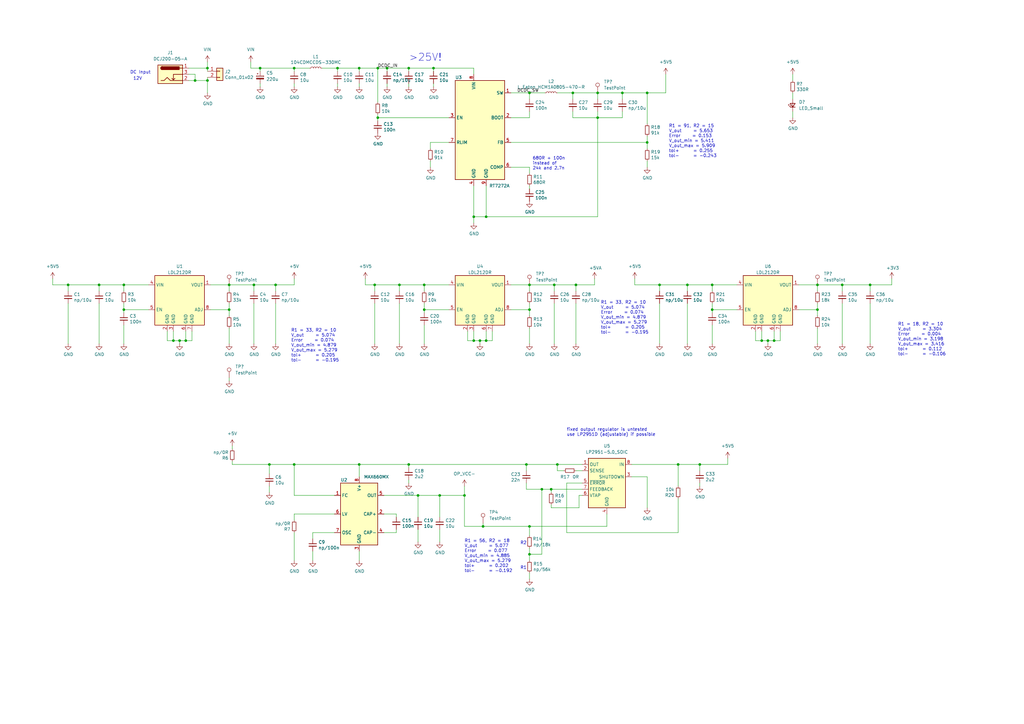
<source format=kicad_sch>
(kicad_sch (version 20230121) (generator eeschema)
  (paper "A3")
  (title_block (title "ample/Power Supply") (date "2023-07-14") (rev "00.01"))
  (junction (at 177.8 27.94))
  (junction (at 194.31 88.9))
  (junction (at 154.94 27.94))
  (junction (at 158.75 27.94))
  (junction (at 167.64 190.5))
  (junction (at 147.32 27.94))
  (junction (at 217.17 215.9))
  (junction (at 245.11 48.26))
  (junction (at 71.12 139.7))
  (junction (at 163.83 116.84))
  (junction (at 85.09 27.94))
  (junction (at 265.43 58.42))
  (junction (at 167.64 27.94))
  (junction (at 76.2 139.7))
  (junction (at 50.8 116.84))
  (junction (at 314.96 139.7))
  (junction (at 180.34 203.2))
  (junction (at 278.13 190.5))
  (junction (at 120.65 27.94))
  (junction (at 312.42 139.7))
  (junction (at 292.1 127))
  (junction (at 40.64 116.84))
  (junction (at 217.17 127))
  (junction (at 222.25 200.66))
  (junction (at 199.39 139.7))
  (junction (at 120.65 190.5))
  (junction (at 234.95 38.1))
  (junction (at 138.43 27.94))
  (junction (at 198.12 215.9))
  (junction (at 173.99 116.84))
  (junction (at 255.27 38.1))
  (junction (at 227.33 116.84))
  (junction (at 281.94 116.84))
  (junction (at 335.28 116.84))
  (junction (at 171.45 203.2))
  (junction (at 226.06 200.66))
  (junction (at 154.94 48.26))
  (junction (at 113.03 116.84))
  (junction (at 199.39 88.9))
  (junction (at 196.85 139.7))
  (junction (at 190.5 203.2))
  (junction (at 104.14 116.84))
  (junction (at 80.01 33.02))
  (junction (at 153.67 116.84))
  (junction (at 317.5 139.7))
  (junction (at 335.28 127))
  (junction (at 292.1 116.84))
  (junction (at 287.02 190.5))
  (junction (at 265.43 38.1))
  (junction (at 106.68 27.94))
  (junction (at 93.98 127))
  (junction (at 217.17 116.84))
  (junction (at 356.87 116.84))
  (junction (at 110.49 190.5))
  (junction (at 215.9 190.5))
  (junction (at 27.94 116.84))
  (junction (at 85.09 33.02))
  (junction (at 236.22 116.84))
  (junction (at 217.17 227.33))
  (junction (at 93.98 116.84))
  (junction (at 270.51 116.84))
  (junction (at 228.6 190.5))
  (junction (at 194.31 139.7))
  (junction (at 217.17 38.1))
  (junction (at 73.66 139.7))
  (junction (at 147.32 190.5))
  (junction (at 245.11 38.1))
  (junction (at 50.8 127))
  (junction (at 345.44 116.84))
  (junction (at 173.99 127))
  (wire (pts (xy 314.96 139.7) (xy 317.5 139.7)))
  (wire (pts (xy 120.65 35.56) (xy 120.65 34.29)))
  (wire (pts (xy 85.09 27.94) (xy 85.09 25.4)))
  (wire (pts (xy 356.87 124.46) (xy 356.87 140.97)))
  (wire (pts (xy 104.14 116.84) (xy 104.14 119.38)))
  (wire (pts (xy 173.99 116.84) (xy 173.99 119.38)))
  (wire (pts (xy 265.43 58.42) (xy 265.43 60.96)))
  (wire (pts (xy 259.08 190.5) (xy 278.13 190.5)))
  (wire (pts (xy 217.17 124.46) (xy 217.17 127)))
  (wire (pts (xy 180.34 203.2) (xy 190.5 203.2)))
  (wire (pts (xy 50.8 116.84) (xy 50.8 119.38)))
  (wire (pts (xy 177.8 35.56) (xy 177.8 34.29)))
  (wire (pts (xy 309.88 135.89) (xy 309.88 139.7)))
  (wire (pts (xy 95.25 182.88) (xy 95.25 184.15)))
  (wire (pts (xy 162.56 212.09) (xy 162.56 210.82)))
  (wire (pts (xy 217.17 38.1) (xy 217.17 40.64)))
  (wire (pts (xy 77.47 33.02) (xy 80.01 33.02)))
  (wire (pts (xy 68.58 139.7) (xy 68.58 135.89)))
  (wire (pts (xy 245.11 40.64) (xy 245.11 38.1)))
  (wire (pts (xy 236.22 193.04) (xy 238.76 193.04)))
  (wire (pts (xy 309.88 139.7) (xy 312.42 139.7)))
  (wire (pts (xy 217.17 140.97) (xy 217.17 134.62)))
  (wire (pts (xy 335.28 119.38) (xy 335.28 116.84)))
  (wire (pts (xy 27.94 140.97) (xy 27.94 124.46)))
  (wire (pts (xy 163.83 140.97) (xy 163.83 124.46)))
  (wire (pts (xy 71.12 135.89) (xy 71.12 139.7)))
  (wire (pts (xy 154.94 46.99) (xy 154.94 48.26)))
  (wire (pts (xy 238.76 200.66) (xy 226.06 200.66)))
  (wire (pts (xy 137.16 218.44) (xy 128.27 218.44)))
  (wire (pts (xy 231.14 193.04) (xy 228.6 193.04)))
  (wire (pts (xy 209.55 58.42) (xy 265.43 58.42)))
  (wire (pts (xy 292.1 127) (xy 302.26 127)))
  (wire (pts (xy 162.56 217.17) (xy 162.56 218.44)))
  (wire (pts (xy 50.8 140.97) (xy 50.8 133.35)))
  (wire (pts (xy 365.76 116.84) (xy 356.87 116.84)))
  (wire (pts (xy 173.99 116.84) (xy 163.83 116.84)))
  (wire (pts (xy 85.09 27.94) (xy 85.09 29.21)))
  (wire (pts (xy 93.98 116.84) (xy 86.36 116.84)))
  (wire (pts (xy 40.64 116.84) (xy 40.64 119.38)))
  (wire (pts (xy 265.43 38.1) (xy 255.27 38.1)))
  (wire (pts (xy 120.65 114.3) (xy 120.65 116.84)))
  (wire (pts (xy 113.03 116.84) (xy 104.14 116.84)))
  (wire (pts (xy 245.11 48.26) (xy 255.27 48.26)))
  (wire (pts (xy 167.64 35.56) (xy 167.64 34.29)))
  (wire (pts (xy 104.14 140.97) (xy 104.14 124.46)))
  (wire (pts (xy 190.5 203.2) (xy 190.5 215.9)))
  (wire (pts (xy 184.15 58.42) (xy 176.53 58.42)))
  (wire (pts (xy 171.45 203.2) (xy 171.45 212.09)))
  (wire (pts (xy 217.17 219.71) (xy 217.17 215.9)))
  (wire (pts (xy 196.85 139.7) (xy 196.85 140.97)))
  (wire (pts (xy 209.55 38.1) (xy 217.17 38.1)))
  (wire (pts (xy 232.41 218.44) (xy 232.41 198.12)))
  (wire (pts (xy 93.98 127) (xy 86.36 127)))
  (wire (pts (xy 312.42 135.89) (xy 312.42 139.7)))
  (wire (pts (xy 162.56 218.44) (xy 157.48 218.44)))
  (wire (pts (xy 317.5 139.7) (xy 320.04 139.7)))
  (wire (pts (xy 113.03 116.84) (xy 113.03 119.38)))
  (wire (pts (xy 345.44 116.84) (xy 345.44 119.38)))
  (wire (pts (xy 245.11 48.26) (xy 245.11 45.72)))
  (wire (pts (xy 104.14 116.84) (xy 93.98 116.84)))
  (wire (pts (xy 68.58 139.7) (xy 71.12 139.7)))
  (wire (pts (xy 128.27 229.87) (xy 128.27 226.06)))
  (wire (pts (xy 228.6 193.04) (xy 228.6 190.5)))
  (wire (pts (xy 50.8 127) (xy 60.96 127)))
  (wire (pts (xy 50.8 116.84) (xy 40.64 116.84)))
  (wire (pts (xy 215.9 190.5) (xy 228.6 190.5)))
  (wire (pts (xy 171.45 222.25) (xy 171.45 217.17)))
  (wire (pts (xy 302.26 116.84) (xy 292.1 116.84)))
  (wire (pts (xy 158.75 35.56) (xy 158.75 34.29)))
  (wire (pts (xy 215.9 190.5) (xy 215.9 193.04)))
  (wire (pts (xy 27.94 116.84) (xy 21.59 116.84)))
  (wire (pts (xy 215.9 200.66) (xy 222.25 200.66)))
  (wire (pts (xy 199.39 135.89) (xy 199.39 139.7)))
  (wire (pts (xy 234.95 38.1) (xy 228.6 38.1)))
  (wire (pts (xy 80.01 30.48) (xy 80.01 33.02)))
  (wire (pts (xy 149.86 116.84) (xy 153.67 116.84)))
  (wire (pts (xy 265.43 68.58) (xy 265.43 66.04)))
  (wire (pts (xy 167.64 190.5) (xy 167.64 191.77)))
  (wire (pts (xy 106.68 27.94) (xy 106.68 29.21)))
  (wire (pts (xy 154.94 48.26) (xy 184.15 48.26)))
  (wire (pts (xy 177.8 27.94) (xy 194.31 27.94)))
  (wire (pts (xy 153.67 116.84) (xy 153.67 119.38)))
  (wire (pts (xy 85.09 33.02) (xy 85.09 31.75)))
  (wire (pts (xy 227.33 140.97) (xy 227.33 124.46)))
  (wire (pts (xy 335.28 127) (xy 327.66 127)))
  (wire (pts (xy 176.53 66.04) (xy 176.53 68.58)))
  (wire (pts (xy 132.08 27.94) (xy 138.43 27.94)))
  (wire (pts (xy 270.51 116.84) (xy 260.35 116.84)))
  (wire (pts (xy 167.64 27.94) (xy 177.8 27.94)))
  (wire (pts (xy 356.87 116.84) (xy 345.44 116.84)))
  (wire (pts (xy 120.65 27.94) (xy 127 27.94)))
  (wire (pts (xy 110.49 190.5) (xy 120.65 190.5)))
  (wire (pts (xy 113.03 124.46) (xy 113.03 140.97)))
  (wire (pts (xy 217.17 116.84) (xy 209.55 116.84)))
  (wire (pts (xy 120.65 190.5) (xy 120.65 203.2)))
  (wire (pts (xy 215.9 200.66) (xy 215.9 198.12)))
  (wire (pts (xy 157.48 203.2) (xy 171.45 203.2)))
  (wire (pts (xy 226.06 201.93) (xy 226.06 200.66)))
  (wire (pts (xy 154.94 27.94) (xy 158.75 27.94)))
  (wire (pts (xy 298.45 190.5) (xy 287.02 190.5)))
  (wire (pts (xy 345.44 140.97) (xy 345.44 124.46)))
  (wire (pts (xy 228.6 190.5) (xy 238.76 190.5)))
  (wire (pts (xy 60.96 116.84) (xy 50.8 116.84)))
  (wire (pts (xy 194.31 88.9) (xy 194.31 91.44)))
  (wire (pts (xy 243.84 114.3) (xy 243.84 116.84)))
  (wire (pts (xy 237.49 203.2) (xy 237.49 208.28)))
  (wire (pts (xy 281.94 116.84) (xy 270.51 116.84)))
  (wire (pts (xy 227.33 116.84) (xy 227.33 119.38)))
  (wire (pts (xy 191.77 139.7) (xy 194.31 139.7)))
  (wire (pts (xy 93.98 127) (xy 93.98 129.54)))
  (wire (pts (xy 199.39 88.9) (xy 199.39 76.2)))
  (wire (pts (xy 281.94 116.84) (xy 281.94 119.38)))
  (wire (pts (xy 217.17 119.38) (xy 217.17 116.84)))
  (wire (pts (xy 217.17 76.2) (xy 217.17 77.47)))
  (wire (pts (xy 120.65 229.87) (xy 120.65 218.44)))
  (wire (pts (xy 147.32 34.29) (xy 147.32 35.56)))
  (wire (pts (xy 265.43 55.88) (xy 265.43 58.42)))
  (wire (pts (xy 194.31 88.9) (xy 199.39 88.9)))
  (wire (pts (xy 71.12 139.7) (xy 73.66 139.7)))
  (wire (pts (xy 314.96 140.97) (xy 314.96 139.7)))
  (wire (pts (xy 147.32 190.5) (xy 147.32 195.58)))
  (wire (pts (xy 234.95 38.1) (xy 245.11 38.1)))
  (wire (pts (xy 335.28 127) (xy 335.28 129.54)))
  (wire (pts (xy 238.76 203.2) (xy 237.49 203.2)))
  (wire (pts (xy 120.65 29.21) (xy 120.65 27.94)))
  (wire (pts (xy 50.8 124.46) (xy 50.8 127)))
  (wire (pts (xy 158.75 29.21) (xy 158.75 27.94)))
  (wire (pts (xy 201.93 139.7) (xy 201.93 135.89)))
  (wire (pts (xy 138.43 35.56) (xy 138.43 34.29)))
  (wire (pts (xy 320.04 135.89) (xy 320.04 139.7)))
  (wire (pts (xy 265.43 195.58) (xy 265.43 208.28)))
  (wire (pts (xy 278.13 218.44) (xy 232.41 218.44)))
  (wire (pts (xy 217.17 68.58) (xy 217.17 71.12)))
  (wire (pts (xy 40.64 140.97) (xy 40.64 124.46)))
  (wire (pts (xy 217.17 215.9) (xy 248.92 215.9)))
  (wire (pts (xy 154.94 48.26) (xy 154.94 49.53)))
  (wire (pts (xy 167.64 190.5) (xy 215.9 190.5)))
  (wire (pts (xy 73.66 139.7) (xy 76.2 139.7)))
  (wire (pts (xy 234.95 48.26) (xy 245.11 48.26)))
  (wire (pts (xy 273.05 38.1) (xy 273.05 30.48)))
  (wire (pts (xy 255.27 38.1) (xy 255.27 40.64)))
  (wire (pts (xy 147.32 27.94) (xy 154.94 27.94)))
  (wire (pts (xy 234.95 45.72) (xy 234.95 48.26)))
  (wire (pts (xy 163.83 116.84) (xy 163.83 119.38)))
  (wire (pts (xy 217.17 45.72) (xy 217.17 48.26)))
  (wire (pts (xy 180.34 217.17) (xy 180.34 222.25)))
  (wire (pts (xy 317.5 135.89) (xy 317.5 139.7)))
  (wire (pts (xy 162.56 210.82) (xy 157.48 210.82)))
  (wire (pts (xy 76.2 135.89) (xy 76.2 139.7)))
  (wire (pts (xy 85.09 33.02) (xy 85.09 38.1)))
  (wire (pts (xy 270.51 124.46) (xy 270.51 140.97)))
  (wire (pts (xy 147.32 27.94) (xy 147.32 29.21)))
  (wire (pts (xy 194.31 76.2) (xy 194.31 88.9)))
  (wire (pts (xy 265.43 38.1) (xy 273.05 38.1)))
  (wire (pts (xy 292.1 116.84) (xy 292.1 119.38)))
  (wire (pts (xy 158.75 27.94) (xy 167.64 27.94)))
  (wire (pts (xy 345.44 116.84) (xy 335.28 116.84)))
  (wire (pts (xy 110.49 194.31) (xy 110.49 190.5)))
  (wire (pts (xy 292.1 140.97) (xy 292.1 133.35)))
  (wire (pts (xy 190.5 203.2) (xy 190.5 199.39)))
  (wire (pts (xy 95.25 190.5) (xy 110.49 190.5)))
  (wire (pts (xy 95.25 189.23) (xy 95.25 190.5)))
  (wire (pts (xy 78.74 139.7) (xy 78.74 135.89)))
  (wire (pts (xy 106.68 35.56) (xy 106.68 34.29)))
  (wire (pts (xy 255.27 38.1) (xy 245.11 38.1)))
  (wire (pts (xy 199.39 88.9) (xy 245.11 88.9)))
  (wire (pts (xy 153.67 116.84) (xy 163.83 116.84)))
  (wire (pts (xy 147.32 190.5) (xy 167.64 190.5)))
  (wire (pts (xy 237.49 208.28) (xy 226.06 208.28)))
  (wire (pts (xy 196.85 139.7) (xy 199.39 139.7)))
  (wire (pts (xy 194.31 139.7) (xy 196.85 139.7)))
  (wire (pts (xy 292.1 116.84) (xy 281.94 116.84)))
  (wire (pts (xy 270.51 116.84) (xy 270.51 119.38)))
  (wire (pts (xy 106.68 27.94) (xy 120.65 27.94)))
  (wire (pts (xy 287.02 199.39) (xy 287.02 198.12)))
  (wire (pts (xy 222.25 200.66) (xy 222.25 227.33)))
  (wire (pts (xy 50.8 127) (xy 50.8 128.27)))
  (wire (pts (xy 255.27 48.26) (xy 255.27 45.72)))
  (wire (pts (xy 226.06 200.66) (xy 222.25 200.66)))
  (wire (pts (xy 292.1 124.46) (xy 292.1 127)))
  (wire (pts (xy 312.42 139.7) (xy 314.96 139.7)))
  (wire (pts (xy 217.17 237.49) (xy 217.17 234.95)))
  (wire (pts (xy 248.92 215.9) (xy 248.92 210.82)))
  (wire (pts (xy 80.01 33.02) (xy 85.09 33.02)))
  (wire (pts (xy 236.22 124.46) (xy 236.22 140.97)))
  (wire (pts (xy 173.99 140.97) (xy 173.99 133.35)))
  (wire (pts (xy 325.12 30.48) (xy 325.12 33.02)))
  (wire (pts (xy 176.53 58.42) (xy 176.53 60.96)))
  (wire (pts (xy 76.2 139.7) (xy 78.74 139.7)))
  (wire (pts (xy 222.25 227.33) (xy 217.17 227.33)))
  (wire (pts (xy 356.87 116.84) (xy 356.87 119.38)))
  (wire (pts (xy 194.31 135.89) (xy 194.31 139.7)))
  (wire (pts (xy 128.27 218.44) (xy 128.27 220.98)))
  (wire (pts (xy 77.47 27.94) (xy 85.09 27.94)))
  (wire (pts (xy 173.99 127) (xy 173.99 128.27)))
  (wire (pts (xy 191.77 135.89) (xy 191.77 139.7)))
  (wire (pts (xy 167.64 196.85) (xy 167.64 198.12)))
  (wire (pts (xy 325.12 38.1) (xy 325.12 40.64)))
  (wire (pts (xy 260.35 116.84) (xy 260.35 114.3)))
  (wire (pts (xy 120.65 116.84) (xy 113.03 116.84)))
  (wire (pts (xy 180.34 203.2) (xy 180.34 212.09)))
  (wire (pts (xy 93.98 154.94) (xy 93.98 156.21)))
  (wire (pts (xy 153.67 124.46) (xy 153.67 140.97)))
  (wire (pts (xy 177.8 29.21) (xy 177.8 27.94)))
  (wire (pts (xy 171.45 203.2) (xy 180.34 203.2)))
  (wire (pts (xy 154.94 27.94) (xy 154.94 41.91)))
  (wire (pts (xy 232.41 198.12) (xy 238.76 198.12)))
  (wire (pts (xy 227.33 116.84) (xy 217.17 116.84)))
  (wire (pts (xy 198.12 215.9) (xy 198.12 214.63)))
  (wire (pts (xy 190.5 215.9) (xy 198.12 215.9)))
  (wire (pts (xy 138.43 29.21) (xy 138.43 27.94)))
  (wire (pts (xy 149.86 116.84) (xy 149.86 114.3)))
  (wire (pts (xy 245.11 48.26) (xy 245.11 88.9)))
  (wire (pts (xy 120.65 203.2) (xy 137.16 203.2)))
  (wire (pts (xy 278.13 199.39) (xy 278.13 190.5)))
  (wire (pts (xy 27.94 116.84) (xy 27.94 119.38)))
  (wire (pts (xy 102.87 27.94) (xy 106.68 27.94)))
  (wire (pts (xy 287.02 190.5) (xy 287.02 193.04)))
  (wire (pts (xy 236.22 116.84) (xy 227.33 116.84)))
  (wire (pts (xy 298.45 187.96) (xy 298.45 190.5)))
  (wire (pts (xy 93.98 124.46) (xy 93.98 127)))
  (wire (pts (xy 21.59 116.84) (xy 21.59 114.3)))
  (wire (pts (xy 325.12 45.72) (xy 325.12 48.26)))
  (wire (pts (xy 265.43 195.58) (xy 259.08 195.58)))
  (wire (pts (xy 40.64 116.84) (xy 27.94 116.84)))
  (wire (pts (xy 167.64 29.21) (xy 167.64 27.94)))
  (wire (pts (xy 93.98 119.38) (xy 93.98 116.84)))
  (wire (pts (xy 138.43 27.94) (xy 147.32 27.94)))
  (wire (pts (xy 198.12 215.9) (xy 217.17 215.9)))
  (wire (pts (xy 365.76 114.3) (xy 365.76 116.84)))
  (wire (pts (xy 77.47 30.48) (xy 80.01 30.48)))
  (wire (pts (xy 335.28 116.84) (xy 327.66 116.84)))
  (wire (pts (xy 217.17 48.26) (xy 209.55 48.26)))
  (wire (pts (xy 236.22 116.84) (xy 236.22 119.38)))
  (wire (pts (xy 217.17 127) (xy 209.55 127)))
  (wire (pts (xy 184.15 116.84) (xy 173.99 116.84)))
  (wire (pts (xy 217.17 224.79) (xy 217.17 227.33)))
  (wire (pts (xy 120.65 210.82) (xy 120.65 213.36)))
  (wire (pts (xy 173.99 124.46) (xy 173.99 127)))
  (wire (pts (xy 243.84 116.84) (xy 236.22 116.84)))
  (wire (pts (xy 335.28 124.46) (xy 335.28 127)))
  (wire (pts (xy 217.17 38.1) (xy 223.52 38.1)))
  (wire (pts (xy 120.65 210.82) (xy 137.16 210.82)))
  (wire (pts (xy 194.31 30.48) (xy 194.31 27.94)))
  (wire (pts (xy 147.32 229.87) (xy 147.32 226.06)))
  (wire (pts (xy 217.17 127) (xy 217.17 129.54)))
  (wire (pts (xy 292.1 127) (xy 292.1 128.27)))
  (wire (pts (xy 73.66 140.97) (xy 73.66 139.7)))
  (wire (pts (xy 93.98 140.97) (xy 93.98 134.62)))
  (wire (pts (xy 120.65 190.5) (xy 147.32 190.5)))
  (wire (pts (xy 217.17 227.33) (xy 217.17 229.87)))
  (wire (pts (xy 199.39 139.7) (xy 201.93 139.7)))
  (wire (pts (xy 173.99 127) (xy 184.15 127)))
  (wire (pts (xy 278.13 204.47) (xy 278.13 218.44)))
  (wire (pts (xy 102.87 25.4) (xy 102.87 27.94)))
  (wire (pts (xy 287.02 190.5) (xy 278.13 190.5)))
  (wire (pts (xy 217.17 68.58) (xy 209.55 68.58)))
  (wire (pts (xy 110.49 201.93) (xy 110.49 199.39)))
  (wire (pts (xy 281.94 140.97) (xy 281.94 124.46)))
  (wire (pts (xy 234.95 40.64) (xy 234.95 38.1)))
  (wire (pts (xy 335.28 140.97) (xy 335.28 134.62)))
  (wire (pts (xy 226.06 208.28) (xy 226.06 207.01)))
  (wire (pts (xy 265.43 38.1) (xy 265.43 50.8)))
  (text "R1 = 33, R2 = 10\nV_out     = 5.074\nError     = 0.074\nV_out_min = 4.879\nV_out_max = 5.279\ntol+      = 0.205\ntol-      = -0.195" (at 246.38 137.16 0) (effects (font (size 1.27 1.27)) (justify left bottom)))
  (text "R1" (at 213.36 233.68 0) (effects (font (size 1.27 1.27)) (justify left bottom)))
  (text "680R + 100n\ninstead of \n24k and 2.7n" (at 218.44 69.85 0) (effects (font (size 1.27 1.27)) (justify left bottom)))
  (text "fixed output regulator is untested\nuse LP2951D (adjustable) if possible" (at 232.41 179.07 0) (effects (font (size 1.27 1.27)) (justify left bottom)))
  (text "12V" (at 54.61 33.02 0) (effects (font (size 1.27 1.27)) (justify left bottom)))
  (text "R1 = 91, R2 = 15\nV_out     = 5.653\nError     = 0.153\nV_out_min = 5.411\nV_out_max = 5.909\ntol+      = 0.255\ntol-      = -0.243" (at 274.32 64.77 0) (effects (font (size 1.27 1.27)) (justify left bottom)))
  (text "R1 = 33, R2 = 10\nV_out     = 5.074\nError     = 0.074\nV_out_min = 4.879\nV_out_max = 5.279\ntol+      = 0.205\ntol-      = -0.195" (at 119.38 148.59 0) (effects (font (size 1.27 1.27)) (justify left bottom)))
  (text "R1 = 56, R2 = 18\nV_out     = 5.077\nError     = 0.077\nV_out_min = 4.885\nV_out_max = 5.279\ntol+      = 0.202\ntol-      = -0.192" (at 190.5 234.95 0) (effects (font (size 1.27 1.27)) (justify left bottom)))
  (text ">25V!" (at 167.64 25.4 0) (effects (font (size 3 3)) (justify left bottom)))
  (text "R1 = 18, R2 = 10\nV_out     = 3.304\nError     = 0.004\nV_out_min = 3.198\nV_out_max = 3.416\ntol+      = 0.112\ntol-      = -0.106" (at 368.3 146.05 0) (effects (font (size 1.27 1.27)) (justify left bottom)))
  (text "DC Input" (at 53.34 30.48 0) (effects (font (size 1.27 1.27)) (justify left bottom)))
  (text "R2" (at 213.36 223.52 0) (effects (font (size 1.27 1.27)) (justify left bottom)))
  (label "DCDC_SW" (at 212.09 38.1 0))
  (label "DCDC_IN" (at 154.94 27.94 0))
  (symbol (lib_id "Connector_Generic:Conn_01x02") (at 90.17 29.21 0) (unit 1)
    (property "Reference" "J2" (at 92.202 29.4132 0) (effects (justify left)))
    (property "Value" "Conn_01x02" (at 92.202 31.7246 0) (effects (justify left)))
    (property "Footprint" "Connector_PinHeader_2.54mm:PinHeader_1x02_P2.54mm_Vertical" (effects hide))
  )
  (symbol (lib_id "power:GND") (at 85.09 38.1 0) (unit 1)
    (property "Reference" "#PWR09" (effects hide))
    (property "Value" "GND" (at 85.217 42.4942 0))
  )
  (symbol (lib_id "Device:C_Small") (at 177.8 31.75 0) (unit 1)
    (property "Reference" "C21" (at 180.1368 30.5816 0) (effects (justify left)))
    (property "Value" "10u" (at 180.1368 32.893 0) (effects (justify left)))
    (property "Footprint" "Capacitor_SMD:C_0603_1608Metric" (effects hide))
  )
  (symbol (lib_id "Device:C_Small") (at 167.64 31.75 0) (unit 1)
    (property "Reference" "C17" (at 169.9768 30.5816 0) (effects (justify left)))
    (property "Value" "10u" (at 169.9768 32.893 0) (effects (justify left)))
    (property "Footprint" "Capacitor_SMD:C_0603_1608Metric" (effects hide))
  )
  (symbol (lib_id "power:GND") (at 177.8 35.56 0) (unit 1)
    (property "Reference" "#PWR035" (effects hide))
    (property "Value" "GND" (at 177.927 39.9542 0))
  )
  (symbol (lib_id "power:GND") (at 167.64 35.56 0) (unit 1)
    (property "Reference" "#PWR030" (effects hide))
    (property "Value" "GND" (at 167.767 39.9542 0))
  )
  (symbol (lib_id "power:GND") (at 138.43 35.56 0) (unit 1)
    (property "Reference" "#PWR022" (effects hide))
    (property "Value" "GND" (at 138.557 39.9542 0))
  )
  (symbol (lib_id "Device:C_Small") (at 138.43 31.75 0) (unit 1)
    (property "Reference" "C10" (at 140.7668 30.5816 0) (effects (justify left)))
    (property "Value" "10u" (at 140.7668 32.893 0) (effects (justify left)))
    (property "Footprint" "Capacitor_SMD:C_0805_2012Metric" (effects hide))
  )
  (symbol (lib_id "Device:C_Small") (at 120.65 31.75 0) (unit 1)
    (property "Reference" "C8" (at 122.9868 30.5816 0) (effects (justify left)))
    (property "Value" "10u" (at 122.9868 32.893 0) (effects (justify left)))
    (property "Footprint" "Capacitor_SMD:C_0805_2012Metric" (effects hide))
  )
  (symbol (lib_id "power:GND") (at 120.65 35.56 0) (unit 1)
    (property "Reference" "#PWR018" (effects hide))
    (property "Value" "GND" (at 120.777 39.9542 0))
  )
  (symbol (lib_id "power:+5VA") (at 243.84 114.3 0) (unit 1)
    (property "Reference" "#PWR046" (effects hide))
    (property "Value" "+5VA" (at 244.221 109.9058 0))
  )
  (symbol (lib_id "power:GND") (at 93.98 140.97 0) (unit 1)
    (property "Reference" "#PWR010" (effects hide))
    (property "Value" "GND" (at 94.107 145.3642 0))
  )
  (symbol (lib_id "Device:C_Small") (at 287.02 195.58 0) (unit 1)
    (property "Reference" "C33" (at 289.3568 194.4116 0) (effects (justify left)))
    (property "Value" "2u2" (at 289.3568 196.723 0) (effects (justify left)))
    (property "Footprint" "Capacitor_SMD:C_0603_1608Metric" (effects hide))
  )
  (symbol (lib_id "LNIC_Symbols_Power:+5V5") (at 21.59 114.3 0) (unit 1) (in_bom no) (on_board no)
    (property "Reference" "#PWR03" (effects hide))
    (property "Value" "+5V5" (at 21.59 109.22 0))
  )
  (symbol (lib_id "Device:R_Small") (at 154.94 44.45 0) (unit 1)
    (property "Reference" "R8" (at 156.4386 43.2816 0) (effects (justify left)))
    (property "Value" "10k" (at 156.4386 45.593 0) (effects (justify left)))
    (property "Footprint" "Resistor_SMD:R_0603_1608Metric" (effects hide))
  )
  (symbol (lib_id "Device:C_Small") (at 40.64 121.92 0) (unit 1)
    (property "Reference" "C2" (at 42.9768 120.7516 0) (effects (justify left)))
    (property "Value" "10u" (at 42.9768 123.063 0) (effects (justify left)))
    (property "Footprint" "Capacitor_SMD:C_0603_1608Metric" (effects hide))
  )
  (symbol (lib_id "Device:L_Small") (at 226.06 38.1 90) (unit 1)
    (property "Reference" "L2" (at 226.06 33.401 90))
    (property "Value" "L_Eaton_HCM1A0805-470-R" (at 226.06 35.7124 90))
    (property "Footprint" "LNIC_Inductor_SMD:L_Eaton_HCM1A0805" (effects hide))
  )
  (symbol (lib_id "LNIC_Symbols_Power:+5V5") (at 273.05 30.48 0) (unit 1) (in_bom no) (on_board no)
    (property "Reference" "#PWR052" (effects hide))
    (property "Value" "+5V5" (at 273.05 25.4 0))
  )
  (symbol (lib_id "Device:C_Small") (at 27.94 121.92 0) (unit 1)
    (property "Reference" "C1" (at 30.2768 120.7516 0) (effects (justify left)))
    (property "Value" "np/10u" (at 30.2768 123.063 0) (effects (justify left)))
    (property "Footprint" "Capacitor_SMD:C_0603_1608Metric" (effects hide))
  )
  (symbol (lib_id "Device:C_Small") (at 292.1 130.81 0) (unit 1)
    (property "Reference" "C34" (at 294.4368 129.6416 0) (effects (justify left)))
    (property "Value" "100n" (at 294.4368 131.953 0) (effects (justify left)))
    (property "Footprint" "Capacitor_SMD:C_0603_1608Metric" (effects hide))
  )
  (symbol (lib_id "Device:C_Small") (at 217.17 43.18 0) (unit 1)
    (property "Reference" "C24" (at 219.5068 42.0116 0) (effects (justify left)))
    (property "Value" "100n" (at 219.5068 44.323 0) (effects (justify left)))
    (property "Footprint" "Capacitor_SMD:C_0603_1608Metric" (effects hide))
  )
  (symbol (lib_id "Device:C_Polarized_Small") (at 106.68 31.75 0) (unit 1)
    (property "Reference" "C5" (at 109.22 29.9339 0) (effects (justify left)))
    (property "Value" "220u" (at 109.22 32.4739 0) (effects (justify left)))
    (property "Footprint" "Capacitor_THT:CP_Radial_D6.3mm_P2.50mm" (effects hide))
  )
  (symbol (lib_id "Device:LED_Small") (at 325.12 43.18 90) (unit 1)
    (property "Reference" "D?" (at 327.66 41.8465 90) (effects (justify right)))
    (property "Value" "LED_Small" (at 327.66 44.3865 90) (effects (justify right)))
    (property "Footprint" "LED_SMD:LED_0603_1608Metric" (effects hide))
    (instances (project "ample" (path "" (reference "D?") (unit 1)) (path "" (reference "D1") (unit 1))))
  )
  (symbol (lib_id "Device:C_Small") (at 356.87 121.92 0) (unit 1)
    (property "Reference" "C36" (at 359.2068 120.7516 0) (effects (justify left)))
    (property "Value" "np/10u" (at 359.2068 123.063 0) (effects (justify left)))
    (property "Footprint" "Capacitor_SMD:C_0603_1608Metric" (effects hide))
  )
  (symbol (lib_id "Device:R_Small") (at 217.17 222.25 0) (unit 1)
    (property "Reference" "R14" (at 218.44 220.98 0) (effects (justify left)))
    (property "Value" "np/18k" (at 218.6686 223.393 0) (effects (justify left)))
    (property "Footprint" "Resistor_SMD:R_0603_1608Metric" (effects hide))
  )
  (symbol (lib_id "power:GND") (at 227.33 140.97 0) (unit 1)
    (property "Reference" "#PWR044" (effects hide))
    (property "Value" "GND" (at 227.457 145.3642 0))
  )
  (symbol (lib_id "Device:R_Small") (at 93.98 132.08 0) (unit 1)
    (property "Reference" "R5" (at 95.4786 130.9116 0) (effects (justify left)))
    (property "Value" "10k" (at 95.4786 133.223 0) (effects (justify left)))
    (property "Footprint" "Resistor_SMD:R_0603_1608Metric" (effects hide))
  )
  (symbol (lib_id "Device:R_Small") (at 265.43 53.34 0) (unit 1)
    (property "Reference" "R18" (at 266.9286 52.1716 0) (effects (justify left)))
    (property "Value" "91k" (at 266.9286 54.483 0) (effects (justify left)))
    (property "Footprint" "Resistor_SMD:R_0603_1608Metric" (effects hide))
  )
  (symbol (lib_id "power:GND") (at 345.44 140.97 0) (unit 1)
    (property "Reference" "#PWR062" (effects hide))
    (property "Value" "GND" (at 345.567 145.3642 0))
  )
  (symbol (lib_id "Connector:TestPoint") (at 198.12 214.63 0) (unit 1)
    (property "Reference" "TP4" (at 200.66 210.058 0) (effects (justify left)))
    (property "Value" "TestPoint" (at 200.66 212.598 0) (effects (justify left)))
    (property "Footprint" "TestPoint:TestPoint_Pad_D2.0mm" (effects hide))
  )
  (symbol (lib_id "power:GND") (at 50.8 140.97 0) (unit 1)
    (property "Reference" "#PWR06" (effects hide))
    (property "Value" "GND" (at 50.927 145.3642 0))
  )
  (symbol (lib_id "power:GND") (at 292.1 140.97 0) (unit 1)
    (property "Reference" "#PWR055" (effects hide))
    (property "Value" "GND" (at 292.227 145.3642 0))
  )
  (symbol (lib_id "Device:C_Small") (at 147.32 31.75 0) (unit 1)
    (property "Reference" "C11" (at 149.6568 30.5816 0) (effects (justify left)))
    (property "Value" "10u" (at 149.6568 32.893 0) (effects (justify left)))
    (property "Footprint" "Capacitor_SMD:C_0805_2012Metric" (effects hide))
  )
  (symbol (lib_id "power:GND") (at 287.02 199.39 0) (unit 1)
    (property "Reference" "#PWR054" (effects hide))
    (property "Value" "GND" (at 287.147 203.7842 0))
  )
  (symbol (lib_id "power:GND") (at 194.31 91.44 0) (unit 1)
    (property "Reference" "#PWR038" (effects hide))
    (property "Value" "GND" (at 194.437 95.8342 0))
  )
  (symbol (lib_id "Device:R_Small") (at 335.28 132.08 0) (unit 1)
    (property "Reference" "R24" (at 336.7786 130.9116 0) (effects (justify left)))
    (property "Value" "10k" (at 336.7786 133.223 0) (effects (justify left)))
    (property "Footprint" "Resistor_SMD:R_0603_1608Metric" (effects hide))
  )
  (symbol (lib_id "power:GND") (at 154.94 54.61 0) (unit 1)
    (property "Reference" "#PWR027" (effects hide))
    (property "Value" "GND" (at 155.067 59.0042 0))
  )
  (symbol (lib_id "Device:C_Small") (at 171.45 214.63 0) (unit 1)
    (property "Reference" "C19" (at 173.7868 213.4616 0) (effects (justify left)))
    (property "Value" "10u" (at 173.7868 215.773 0) (effects (justify left)))
    (property "Footprint" "Capacitor_SMD:C_0603_1608Metric" (effects hide))
  )
  (symbol (lib_id "power:GND") (at 196.85 140.97 0) (unit 1)
    (property "Reference" "#PWR039" (effects hide))
    (property "Value" "GND" (at 196.977 145.3642 0))
  )
  (symbol (lib_id "LNIC_Regulator_Switching:MAX660MX") (at 147.32 210.82 0) (unit 1)
    (property "Reference" "U2" (at 139.7 196.85 0) (effects (justify left)))
    (property "Value" "MAX660MX" (at 149.2759 195.58 0) (effects (justify left)))
    (property "Footprint" "Package_SO:SOIC-8_3.9x4.9mm_P1.27mm" (effects hide))
    (property "Datasheet" "https://www.ti.com/lit/ds/symlink/max660.pdf" (effects hide))
  )
  (symbol (lib_id "power:GND") (at 128.27 229.87 0) (unit 1)
    (property "Reference" "#PWR021" (effects hide))
    (property "Value" "GND" (at 128.397 234.2642 0))
  )
  (symbol (lib_id "LNIC_Symbols_Power:OP_VCC-") (at 190.5 199.39 0) (unit 1) (in_bom no) (on_board no)
    (property "Reference" "#PWR037" (effects hide))
    (property "Value" "OP_VCC-" (at 190.5 194.31 0))
  )
  (symbol (lib_id "Connector:Barrel_Jack_Switch") (at 69.85 30.48 0) (unit 1)
    (property "Reference" "J1" (at 69.85 21.59 0))
    (property "Value" "DCJ200-05-A" (at 69.85 24.13 0))
    (property "Footprint" "LNIC_Connector_BarrelJack:DCJ200-05-A" (effects hide))
  )
  (symbol (lib_id "power:GND") (at 171.45 222.25 0) (unit 1)
    (property "Reference" "#PWR032" (effects hide))
    (property "Value" "GND" (at 171.577 226.6442 0))
  )
  (symbol (lib_id "power:GND") (at 158.75 35.56 0) (unit 1)
    (property "Reference" "#PWR028" (effects hide))
    (property "Value" "GND" (at 158.877 39.9542 0))
  )
  (symbol (lib_id "Device:R_Small") (at 278.13 201.93 180) (unit 1)
    (property "Reference" "R20" (at 276.6314 203.0984 0) (effects (justify left)))
    (property "Value" "10k" (at 276.6314 200.787 0) (effects (justify left)))
    (property "Footprint" "Resistor_SMD:R_0603_1608Metric" (effects hide))
  )
  (symbol (lib_id "Connector:TestPoint") (at 217.17 116.84 0) (unit 1)
    (property "Reference" "TP?" (at 219.71 112.268 0) (effects (justify left)))
    (property "Value" "TestPoint" (at 219.71 114.808 0) (effects (justify left)))
    (property "Footprint" "TestPoint:TestPoint_Pad_D2.0mm" (effects hide))
    (instances (project "ample" (path "" (reference "TP?") (unit 1)) (path "" (reference "TP?") (unit 1)) (path "" (reference "TP5") (unit 1))))
  )
  (symbol (lib_id "Device:R_Small") (at 176.53 63.5 0) (unit 1)
    (property "Reference" "R10" (at 178.0286 62.3316 0) (effects (justify left)))
    (property "Value" "91k" (at 178.0286 64.643 0) (effects (justify left)))
    (property "Footprint" "Resistor_SMD:R_0603_1608Metric" (effects hide))
  )
  (symbol (lib_id "Device:R_Small") (at 173.99 121.92 0) (unit 1)
    (property "Reference" "R9" (at 175.4886 120.7516 0) (effects (justify left)))
    (property "Value" "10k" (at 175.4886 123.063 0) (effects (justify left)))
    (property "Footprint" "Resistor_SMD:R_0603_1608Metric" (effects hide))
  )
  (symbol (lib_id "Device:R_Small") (at 325.12 35.56 0) (unit 1)
    (property "Reference" "R?" (at 326.6186 34.3916 0) (effects (justify left)))
    (property "Value" "330R" (at 326.6186 36.703 0) (effects (justify left)))
    (property "Footprint" "Resistor_SMD:R_0603_1608Metric" (effects hide))
    (instances (project "ample" (path "" (reference "R?") (unit 1)) (path "" (reference "R22") (unit 1))))
  )
  (symbol (lib_id "power:GND") (at 27.94 140.97 0) (unit 1)
    (property "Reference" "#PWR04" (effects hide))
    (property "Value" "GND" (at 28.067 145.3642 0))
  )
  (symbol (lib_id "Device:R_Small") (at 217.17 132.08 0) (unit 1)
    (property "Reference" "R13" (at 218.6686 130.9116 0) (effects (justify left)))
    (property "Value" "10k" (at 218.6686 133.223 0) (effects (justify left)))
    (property "Footprint" "Resistor_SMD:R_0603_1608Metric" (effects hide))
  )
  (symbol (lib_id "power:GND") (at 147.32 35.56 0) (unit 1)
    (property "Reference" "#PWR023" (effects hide))
    (property "Value" "GND" (at 147.447 39.9542 0))
  )
  (symbol (lib_id "LNIC_Regulator_Switching:RT7272A") (at 196.85 53.34 0) (unit 1)
    (property "Reference" "U3" (at 186.69 31.75 0) (effects (justify left)))
    (property "Value" "RT7272A" (at 200.66 76.2 0) (effects (justify left)))
    (property "Footprint" "Package_SO:SOIC-8-1EP_3.9x4.9mm_P1.27mm_EP2.41x3.3mm" (effects hide))
    (property "Datasheet" "https://www.richtek.com/assets/product_file/RT7272B/DS7272B-09.pdf" (effects hide))
  )
  (symbol (lib_id "Connector:TestPoint") (at 245.11 38.1 0) (unit 1)
    (property "Reference" "TP?" (at 247.65 33.528 0) (effects (justify left)))
    (property "Value" "TestPoint" (at 247.65 36.068 0) (effects (justify left)))
    (property "Footprint" "TestPoint:TestPoint_Pad_D2.0mm" (effects hide))
    (instances (project "ample" (path "" (reference "TP?") (unit 1)) (path "" (reference "TP?") (unit 1)) (path "" (reference "TP7") (unit 1))))
  )
  (symbol (lib_id "Device:C_Small") (at 180.34 214.63 0) (unit 1)
    (property "Reference" "C22" (at 182.6768 213.4616 0) (effects (justify left)))
    (property "Value" "10u" (at 182.6768 215.773 0) (effects (justify left)))
    (property "Footprint" "Capacitor_SMD:C_0603_1608Metric" (effects hide))
  )
  (symbol (lib_id "power:GND") (at 325.12 48.26 0) (unit 1)
    (property "Reference" "#PWR059" (effects hide))
    (property "Value" "GND" (at 325.247 52.6542 0))
  )
  (symbol (lib_id "Device:R_Small") (at 93.98 121.92 0) (unit 1)
    (property "Reference" "R4" (at 95.4786 120.7516 0) (effects (justify left)))
    (property "Value" "33k" (at 95.4786 123.063 0) (effects (justify left)))
    (property "Footprint" "Resistor_SMD:R_0603_1608Metric" (effects hide))
  )
  (symbol (lib_id "power:GND") (at 167.64 198.12 0) (unit 1)
    (property "Reference" "#PWR031" (effects hide))
    (property "Value" "GND" (at 167.767 202.5142 0))
  )
  (symbol (lib_id "Device:R_Small") (at 292.1 121.92 0) (unit 1)
    (property "Reference" "R21" (at 293.5986 120.7516 0) (effects (justify left)))
    (property "Value" "10k" (at 293.5986 123.063 0) (effects (justify left)))
    (property "Footprint" "Resistor_SMD:R_0603_1608Metric" (effects hide))
  )
  (symbol (lib_id "Device:C_Small") (at 153.67 121.92 0) (unit 1)
    (property "Reference" "C12" (at 156.0068 120.7516 0) (effects (justify left)))
    (property "Value" "10u" (at 156.0068 123.063 0) (effects (justify left)))
    (property "Footprint" "Capacitor_SMD:C_0603_1608Metric" (effects hide))
  )
  (symbol (lib_id "power:GND") (at 104.14 140.97 0) (unit 1)
    (property "Reference" "#PWR014" (effects hide))
    (property "Value" "GND" (at 104.267 145.3642 0))
  )
  (symbol (lib_id "Device:C_Small") (at 234.95 43.18 0) (unit 1)
    (property "Reference" "C27" (at 237.2868 42.0116 0) (effects (justify left)))
    (property "Value" "10u" (at 237.2868 44.323 0) (effects (justify left)))
    (property "Footprint" "Capacitor_SMD:C_0603_1608Metric" (effects hide))
  )
  (symbol (lib_id "power:GND") (at 236.22 140.97 0) (unit 1)
    (property "Reference" "#PWR045" (effects hide))
    (property "Value" "GND" (at 236.347 145.3642 0))
  )
  (symbol (lib_id "LNIC_Symbols_Power:+5V5") (at 260.35 114.3 0) (unit 1) (in_bom no) (on_board no)
    (property "Reference" "#PWR048" (effects hide))
    (property "Value" "+5V5" (at 260.35 109.22 0))
  )
  (symbol (lib_id "Device:C_Small") (at 154.94 52.07 0) (unit 1)
    (property "Reference" "C13" (at 157.2768 50.9016 0) (effects (justify left)))
    (property "Value" "100n" (at 157.2768 53.213 0) (effects (justify left)))
    (property "Footprint" "Capacitor_SMD:C_0603_1608Metric" (effects hide))
  )
  (symbol (lib_id "power:GND") (at 153.67 140.97 0) (unit 1)
    (property "Reference" "#PWR026" (effects hide))
    (property "Value" "GND" (at 153.797 145.3642 0))
  )
  (symbol (lib_id "Device:C_Small") (at 281.94 121.92 0) (unit 1)
    (property "Reference" "C32" (at 284.2768 120.7516 0) (effects (justify left)))
    (property "Value" "10u" (at 284.2768 123.063 0) (effects (justify left)))
    (property "Footprint" "Capacitor_SMD:C_0603_1608Metric" (effects hide))
  )
  (symbol (lib_id "power:GND") (at 120.65 229.87 0) (unit 1)
    (property "Reference" "#PWR020" (effects hide))
    (property "Value" "GND" (at 120.777 234.2642 0))
  )
  (symbol (lib_id "Device:C_Small") (at 245.11 43.18 0) (unit 1)
    (property "Reference" "C29" (at 247.4468 42.0116 0) (effects (justify left)))
    (property "Value" "10u" (at 247.4468 44.323 0) (effects (justify left)))
    (property "Footprint" "Capacitor_SMD:C_0603_1608Metric" (effects hide))
  )
  (symbol (lib_id "Device:R_Small") (at 120.65 215.9 180) (unit 1)
    (property "Reference" "R7" (at 119.1514 217.0684 0) (effects (justify left)))
    (property "Value" "np/0R" (at 119.1514 214.757 0) (effects (justify left)))
    (property "Footprint" "Resistor_SMD:R_0603_1608Metric" (effects hide))
  )
  (symbol (lib_id "Device:R_Small") (at 265.43 63.5 0) (unit 1)
    (property "Reference" "R19" (at 266.9286 62.3316 0) (effects (justify left)))
    (property "Value" "15k" (at 266.9286 64.643 0) (effects (justify left)))
    (property "Footprint" "Resistor_SMD:R_0603_1608Metric" (effects hide))
  )
  (symbol (lib_id "power:GND") (at 314.96 140.97 0) (unit 1)
    (property "Reference" "#PWR057" (effects hide))
    (property "Value" "GND" (at 315.087 145.3642 0))
  )
  (symbol (lib_id "power:GND") (at 147.32 229.87 0) (unit 1)
    (property "Reference" "#PWR024" (effects hide))
    (property "Value" "GND" (at 147.447 234.2642 0))
  )
  (symbol (lib_id "LNIC_Symbols_Power:+5V5") (at 325.12 30.48 0) (unit 1) (in_bom no) (on_board no)
    (property "Reference" "#PWR058" (effects hide))
    (property "Value" "+5V5" (at 325.12 25.4 0))
  )
  (symbol (lib_id "power:GND") (at 356.87 140.97 0) (unit 1)
    (property "Reference" "#PWR063" (effects hide))
    (property "Value" "GND" (at 356.997 145.3642 0))
  )
  (symbol (lib_id "Device:C_Small") (at 215.9 195.58 0) (unit 1)
    (property "Reference" "C23" (at 209.55 194.5386 0) (effects (justify left)))
    (property "Value" "22n" (at 209.55 196.85 0) (effects (justify left)))
    (property "Footprint" "Capacitor_SMD:C_0603_1608Metric" (effects hide))
  )
  (symbol (lib_id "LNIC_Symbols_Power:VIN") (at 85.09 25.4 0) (unit 1) (in_bom no) (on_board no)
    (property "Reference" "#PWR08" (effects hide))
    (property "Value" "VIN" (at 85.09 20.32 0))
  )
  (symbol (lib_id "power:GND") (at 73.66 140.97 0) (unit 1)
    (property "Reference" "#PWR07" (effects hide))
    (property "Value" "GND" (at 73.787 145.3642 0))
  )
  (symbol (lib_id "power:+3V3") (at 365.76 114.3 0) (unit 1)
    (property "Reference" "#PWR064" (effects hide))
    (property "Value" "+3V3" (at 366.141 109.9058 0))
  )
  (symbol (lib_id "Device:C_Small") (at 163.83 121.92 0) (unit 1)
    (property "Reference" "C16" (at 166.1668 120.7516 0) (effects (justify left)))
    (property "Value" "10u" (at 166.1668 123.063 0) (effects (justify left)))
    (property "Footprint" "Capacitor_SMD:C_0603_1608Metric" (effects hide))
  )
  (symbol (lib_id "power:GND") (at 176.53 68.58 0) (unit 1)
    (property "Reference" "#PWR034" (effects hide))
    (property "Value" "GND" (at 176.657 72.9742 0))
  )
  (symbol (lib_id "Device:R_Small") (at 217.17 232.41 0) (unit 1)
    (property "Reference" "R15" (at 218.6686 231.2416 0) (effects (justify left)))
    (property "Value" "np/56k" (at 218.6686 233.553 0) (effects (justify left)))
    (property "Footprint" "Resistor_SMD:R_0603_1608Metric" (effects hide))
  )
  (symbol (lib_id "Device:R_Small") (at 233.68 193.04 90) (unit 1)
    (property "Reference" "R17" (at 233.68 195.58 90) (effects (justify left)))
    (property "Value" "0R" (at 237.49 195.58 90) (effects (justify left)))
    (property "Footprint" "Resistor_SMD:R_0603_1608Metric" (effects hide))
  )
  (symbol (lib_id "Device:C_Small") (at 227.33 121.92 0) (unit 1)
    (property "Reference" "C26" (at 229.6668 120.7516 0) (effects (justify left)))
    (property "Value" "10u" (at 229.6668 123.063 0) (effects (justify left)))
    (property "Footprint" "Capacitor_SMD:C_0603_1608Metric" (effects hide))
  )
  (symbol (lib_id "LNIC_Symbols_Power:+5V5") (at 149.86 114.3 0) (unit 1) (in_bom no) (on_board no)
    (property "Reference" "#PWR025" (effects hide))
    (property "Value" "+5V5" (at 149.86 109.22 0))
  )
  (symbol (lib_id "Device:C_Small") (at 162.56 214.63 0) (unit 1)
    (property "Reference" "C15" (at 164.8968 213.4616 0) (effects (justify left)))
    (property "Value" "100n" (at 164.8968 215.773 0) (effects (justify left)))
    (property "Footprint" "Capacitor_SMD:C_0603_1608Metric" (effects hide))
  )
  (symbol (lib_id "Device:C_Small") (at 104.14 121.92 0) (unit 1)
    (property "Reference" "C4" (at 106.4768 120.7516 0) (effects (justify left)))
    (property "Value" "10u" (at 106.4768 123.063 0) (effects (justify left)))
    (property "Footprint" "Capacitor_SMD:C_0603_1608Metric" (effects hide))
  )
  (symbol (lib_id "Device:R_Small") (at 217.17 121.92 0) (unit 1)
    (property "Reference" "R12" (at 218.6686 120.7516 0) (effects (justify left)))
    (property "Value" "33k" (at 218.6686 123.063 0) (effects (justify left)))
    (property "Footprint" "Resistor_SMD:R_0603_1608Metric" (effects hide))
  )
  (symbol (lib_id "Device:R_Small") (at 226.06 204.47 0) (unit 1)
    (property "Reference" "R16" (at 227.5586 203.3016 0) (effects (justify left)))
    (property "Value" "0R" (at 227.5586 205.613 0) (effects (justify left)))
    (property "Footprint" "Resistor_SMD:R_0603_1608Metric" (effects hide))
  )
  (symbol (lib_id "Device:R_Small") (at 335.28 121.92 0) (unit 1)
    (property "Reference" "R23" (at 336.7786 120.7516 0) (effects (justify left)))
    (property "Value" "18k" (at 336.7786 123.063 0) (effects (justify left)))
    (property "Footprint" "Resistor_SMD:R_0603_1608Metric" (effects hide))
  )
  (symbol (lib_id "Device:C_Small") (at 158.75 31.75 0) (unit 1)
    (property "Reference" "C14" (at 161.0868 30.5816 0) (effects (justify left)))
    (property "Value" "np/10u" (at 161.0868 32.893 0) (effects (justify left)))
    (property "Footprint" "Capacitor_SMD:C_0603_1608Metric" (effects hide))
  )
  (symbol (lib_id "power:GND") (at 180.34 222.25 0) (unit 1)
    (property "Reference" "#PWR036" (effects hide))
    (property "Value" "GND" (at 180.467 226.6442 0))
  )
  (symbol (lib_id "Connector:TestPoint") (at 93.98 116.84 0) (unit 1)
    (property "Reference" "TP?" (at 96.52 112.268 0) (effects (justify left)))
    (property "Value" "TestPoint" (at 96.52 114.808 0) (effects (justify left)))
    (property "Footprint" "TestPoint:TestPoint_Pad_D2.0mm" (effects hide))
    (instances (project "ample" (path "" (reference "TP?") (unit 1)) (path "" (reference "TP?") (unit 1)) (path "" (reference "TP1") (unit 1))))
  )
  (symbol (lib_id "Connector:TestPoint") (at 93.98 154.94 0) (unit 1)
    (property "Reference" "TP?" (at 96.52 150.368 0) (effects (justify left)))
    (property "Value" "TestPoint" (at 96.52 152.908 0) (effects (justify left)))
    (property "Footprint" "TestPoint:TestPoint_Pad_D2.0mm" (effects hide))
    (instances (project "ample" (path "" (reference "TP?") (unit 1)) (path "" (reference "TP?") (unit 1)) (path "" (reference "TP2") (unit 1))))
  )
  (symbol (lib_id "LNIC_Symbols_Power:VIN") (at 102.87 25.4 0) (unit 1) (in_bom no) (on_board no)
    (property "Reference" "#PWR013" (effects hide))
    (property "Value" "VIN" (at 102.87 20.32 0))
  )
  (symbol (lib_id "Device:C_Small") (at 113.03 121.92 0) (unit 1)
    (property "Reference" "C7" (at 115.3668 120.7516 0) (effects (justify left)))
    (property "Value" "np/10u" (at 115.3668 123.063 0) (effects (justify left)))
    (property "Footprint" "Capacitor_SMD:C_0603_1608Metric" (effects hide))
  )
  (symbol (lib_id "power:+5V") (at 120.65 114.3 0) (unit 1)
    (property "Reference" "#PWR019" (effects hide))
    (property "Value" "+5V" (at 120.65 109.22 0))
  )
  (symbol (lib_id "power:GND") (at 217.17 140.97 0) (unit 1)
    (property "Reference" "#PWR041" (effects hide))
    (property "Value" "GND" (at 217.297 145.3642 0))
  )
  (symbol (lib_id "Device:L_Small") (at 129.54 27.94 90) (unit 1)
    (property "Reference" "L1" (at 129.54 23.241 90))
    (property "Value" "104CDMCCDS-330MC" (at 129.54 25.5524 90))
    (property "Footprint" "LNIC_Inductor_SMD:L_Sumida_104CDMCCDS" (effects hide))
    (instances (project "ample" (path "" (reference "L1") (unit 1)) (path "" (reference "L?") (unit 1))))
  )
  (symbol (lib_id "Regulator_Linear:LP2951-5.0_SOIC") (at 248.92 198.12 0) (mirror y) (unit 1)
    (property "Reference" "U5" (at 248.92 182.88 0))
    (property "Value" "LP2951-5.0_SOIC" (at 248.92 185.42 0))
    (property "Footprint" "Package_SO:SOIC-8_3.9x4.9mm_P1.27mm" (effects hide))
    (property "Datasheet" "http://www.ti.com/lit/ds/symlink/lp2951.pdf" (effects hide))
  )
  (symbol (lib_id "power:GND") (at 335.28 140.97 0) (unit 1)
    (property "Reference" "#PWR060" (effects hide))
    (property "Value" "GND" (at 335.407 145.3642 0))
  )
  (symbol (lib_id "Device:C_Small") (at 255.27 43.18 0) (unit 1)
    (property "Reference" "C30" (at 257.6068 42.0116 0) (effects (justify left)))
    (property "Value" "np/10u" (at 257.6068 44.323 0) (effects (justify left)))
    (property "Footprint" "Capacitor_SMD:C_0603_1608Metric" (effects hide))
  )
  (symbol (lib_id "Device:R_Small") (at 217.17 73.66 0) (unit 1)
    (property "Reference" "R11" (at 218.6686 72.4916 0) (effects (justify left)))
    (property "Value" "680R" (at 218.6686 74.803 0) (effects (justify left)))
    (property "Footprint" "Resistor_SMD:R_0603_1608Metric" (effects hide))
  )
  (symbol (lib_id "Connector:TestPoint") (at 335.28 116.84 0) (unit 1)
    (property "Reference" "TP?" (at 337.82 112.268 0) (effects (justify left)))
    (property "Value" "TestPoint" (at 337.82 114.808 0) (effects (justify left)))
    (property "Footprint" "TestPoint:TestPoint_Pad_D2.0mm" (effects hide))
    (instances (project "ample" (path "" (reference "TP?") (unit 1)) (path "" (reference "TP?") (unit 1)) (path "" (reference "TP10") (unit 1))))
  )
  (symbol (lib_id "Device:C_Small") (at 128.27 223.52 0) (unit 1)
    (property "Reference" "C9" (at 130.6068 222.3516 0) (effects (justify left)))
    (property "Value" "np/100n" (at 130.6068 224.663 0) (effects (justify left)))
    (property "Footprint" "Capacitor_SMD:C_0603_1608Metric" (effects hide))
  )
  (symbol (lib_id "Device:C_Small") (at 270.51 121.92 0) (unit 1)
    (property "Reference" "C31" (at 272.8468 120.7516 0) (effects (justify left)))
    (property "Value" "np/10u" (at 272.8468 123.063 0) (effects (justify left)))
    (property "Footprint" "Capacitor_SMD:C_0603_1608Metric" (effects hide))
  )
  (symbol (lib_id "LNIC_Symbols_Power:+5V5") (at 298.45 187.96 0) (unit 1) (in_bom no) (on_board no)
    (property "Reference" "#PWR056" (effects hide))
    (property "Value" "+5V5" (at 298.45 182.88 0))
  )
  (symbol (lib_id "power:GND") (at 173.99 140.97 0) (unit 1)
    (property "Reference" "#PWR033" (effects hide))
    (property "Value" "GND" (at 174.117 145.3642 0))
  )
  (symbol (lib_id "power:GND") (at 270.51 140.97 0) (unit 1)
    (property "Reference" "#PWR051" (effects hide))
    (property "Value" "GND" (at 270.637 145.3642 0))
  )
  (symbol (lib_id "Device:C_Small") (at 345.44 121.92 0) (unit 1)
    (property "Reference" "C35" (at 347.7768 120.7516 0) (effects (justify left)))
    (property "Value" "10u" (at 347.7768 123.063 0) (effects (justify left)))
    (property "Footprint" "Capacitor_SMD:C_0603_1608Metric" (effects hide))
  )
  (symbol (lib_name "LDL212DR_1") (lib_id "LNIC_Regulator_Linear:LDL212DR") (at 73.66 123.19 0) (unit 1)
    (property "Reference" "U1" (at 73.66 109.22 0))
    (property "Value" "LDL212DR" (at 73.66 111.76 0))
    (property "Footprint" "Package_SO:SO-8_3.9x4.9mm_P1.27mm" (effects hide))
    (property "Datasheet" "https://www.st.com/resource/en/datasheet/ldl212.pdf" (effects hide))
  )
  (symbol (lib_id "power:GND") (at 106.68 35.56 0) (unit 1)
    (property "Reference" "#PWR015" (effects hide))
    (property "Value" "GND" (at 106.807 39.9542 0))
  )
  (symbol (lib_id "power:GND") (at 217.17 82.55 0) (unit 1)
    (property "Reference" "#PWR040" (effects hide))
    (property "Value" "GND" (at 217.297 86.9442 0))
  )
  (symbol (lib_id "Device:R_Small") (at 95.25 186.69 180) (unit 1)
    (property "Reference" "R6" (at 93.7514 187.8584 0) (effects (justify left)))
    (property "Value" "np/0R" (at 93.7514 185.547 0) (effects (justify left)))
    (property "Footprint" "Resistor_SMD:R_0603_1608Metric" (effects hide))
  )
  (symbol (lib_id "power:GND") (at 217.17 237.49 0) (unit 1)
    (property "Reference" "#PWR043" (effects hide))
    (property "Value" "GND" (at 217.297 241.8842 0))
  )
  (symbol (lib_id "power:GND") (at 281.94 140.97 0) (unit 1)
    (property "Reference" "#PWR053" (effects hide))
    (property "Value" "GND" (at 282.067 145.3642 0))
  )
  (symbol (lib_id "Device:C_Small") (at 110.49 196.85 0) (unit 1)
    (property "Reference" "C6" (at 112.8268 195.6816 0) (effects (justify left)))
    (property "Value" "10u" (at 112.8268 197.993 0) (effects (justify left)))
    (property "Footprint" "Capacitor_SMD:C_0603_1608Metric" (effects hide))
  )
  (symbol (lib_id "power:GND") (at 93.98 156.21 0) (unit 1)
    (property "Reference" "#PWR011" (effects hide))
    (property "Value" "GND" (at 94.107 160.6042 0))
  )
  (symbol (lib_id "power:GND") (at 40.64 140.97 0) (unit 1)
    (property "Reference" "#PWR05" (effects hide))
    (property "Value" "GND" (at 40.767 145.3642 0))
  )
  (symbol (lib_id "power:GND") (at 265.43 208.28 0) (unit 1)
    (property "Reference" "#PWR050" (effects hide))
    (property "Value" "GND" (at 265.557 212.6742 0))
  )
  (symbol (lib_id "Device:C_Small") (at 167.64 194.31 0) (unit 1)
    (property "Reference" "C18" (at 169.9768 193.1416 0) (effects (justify left)))
    (property "Value" "2u2" (at 169.9768 195.453 0) (effects (justify left)))
    (property "Footprint" "Capacitor_SMD:C_0603_1608Metric" (effects hide))
  )
  (symbol (lib_id "Device:C_Small") (at 236.22 121.92 0) (unit 1)
    (property "Reference" "C28" (at 238.5568 120.7516 0) (effects (justify left)))
    (property "Value" "np/10u" (at 238.5568 123.063 0) (effects (justify left)))
    (property "Footprint" "Capacitor_SMD:C_0603_1608Metric" (effects hide))
  )
  (symbol (lib_id "Device:C_Small") (at 50.8 130.81 0) (unit 1)
    (property "Reference" "C3" (at 53.1368 129.6416 0) (effects (justify left)))
    (property "Value" "100n" (at 53.1368 131.953 0) (effects (justify left)))
    (property "Footprint" "Capacitor_SMD:C_0603_1608Metric" (effects hide))
  )
  (symbol (lib_id "power:GND") (at 265.43 68.58 0) (unit 1)
    (property "Reference" "#PWR049" (effects hide))
    (property "Value" "GND" (at 265.557 72.9742 0))
  )
  (symbol (lib_id "Device:C_Small") (at 173.99 130.81 0) (unit 1)
    (property "Reference" "C20" (at 176.3268 129.6416 0) (effects (justify left)))
    (property "Value" "100n" (at 176.3268 131.953 0) (effects (justify left)))
    (property "Footprint" "Capacitor_SMD:C_0603_1608Metric" (effects hide))
  )
  (symbol (lib_id "power:+5V") (at 95.25 182.88 0) (unit 1)
    (property "Reference" "#PWR012" (effects hide))
    (property "Value" "+5V" (at 95.25 177.8 0))
  )
  (symbol (lib_name "LDL212DR_2") (lib_id "LNIC_Regulator_Linear:LDL212DR") (at 196.85 123.19 0) (unit 1)
    (property "Reference" "U4" (at 196.85 109.22 0))
    (property "Value" "LDL212DR" (at 196.85 111.76 0))
    (property "Footprint" "Package_SO:SO-8_3.9x4.9mm_P1.27mm" (effects hide))
    (property "Datasheet" "https://www.st.com/resource/en/datasheet/ldl212.pdf" (effects hide))
  )
  (symbol (lib_id "power:GND") (at 113.03 140.97 0) (unit 1)
    (property "Reference" "#PWR017" (effects hide))
    (property "Value" "GND" (at 113.157 145.3642 0))
  )
  (symbol (lib_id "power:GND") (at 163.83 140.97 0) (unit 1)
    (property "Reference" "#PWR029" (effects hide))
    (property "Value" "GND" (at 163.957 145.3642 0))
  )
  (symbol (lib_id "LNIC_Regulator_Linear:LDL212DR") (at 314.96 123.19 0) (unit 1)
    (property "Reference" "U6" (at 314.96 109.22 0))
    (property "Value" "LDL212DR" (at 314.96 111.76 0))
    (property "Footprint" "Package_SO:SO-8_3.9x4.9mm_P1.27mm" (effects hide))
    (property "Datasheet" "https://www.st.com/resource/en/datasheet/ldl212.pdf" (effects hide))
  )
  (symbol (lib_id "Device:R_Small") (at 50.8 121.92 0) (unit 1)
    (property "Reference" "R3" (at 52.2986 120.7516 0) (effects (justify left)))
    (property "Value" "10k" (at 52.2986 123.063 0) (effects (justify left)))
    (property "Footprint" "Resistor_SMD:R_0603_1608Metric" (effects hide))
  )
  (symbol (lib_id "Device:C_Small") (at 217.17 80.01 0) (unit 1)
    (property "Reference" "C25" (at 219.5068 78.8416 0) (effects (justify left)))
    (property "Value" "100n" (at 219.5068 81.153 0) (effects (justify left)))
    (property "Footprint" "Capacitor_SMD:C_0603_1608Metric" (effects hide))
  )
  (symbol (lib_id "power:GND") (at 110.49 201.93 0) (unit 1)
    (property "Reference" "#PWR016" (effects hide))
    (property "Value" "GND" (at 110.617 206.3242 0))
  )
)
</source>
